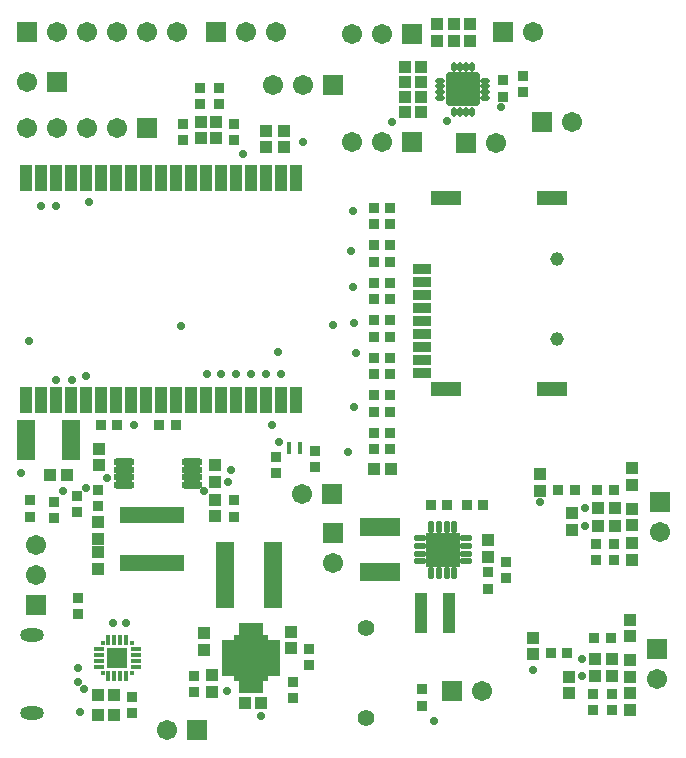
<source format=gts>
G04*
G04 #@! TF.GenerationSoftware,Altium Limited,Altium Designer,19.1.8 (144)*
G04*
G04 Layer_Color=8388736*
%FSLAX25Y25*%
%MOIN*%
G70*
G01*
G75*
%ADD33R,0.03543X0.01181*%
%ADD34R,0.01181X0.03543*%
%ADD35R,0.01181X0.01181*%
%ADD40R,0.03858X0.13386*%
%ADD41R,0.21654X0.05630*%
%ADD44R,0.04000X0.02000*%
%ADD45R,0.02000X0.04000*%
%ADD46R,0.11200X0.15200*%
%ADD47R,0.06312X0.13792*%
%ADD48R,0.03800X0.03800*%
%ADD49R,0.04343X0.03950*%
%ADD50R,0.03800X0.03800*%
%ADD51R,0.03950X0.04343*%
%ADD52R,0.06312X0.03241*%
%ADD53R,0.10249X0.05131*%
G04:AMPARAMS|DCode=54|XSize=17.84mil|YSize=31.62mil|CornerRadius=5.97mil|HoleSize=0mil|Usage=FLASHONLY|Rotation=90.000|XOffset=0mil|YOffset=0mil|HoleType=Round|Shape=RoundedRectangle|*
%AMROUNDEDRECTD54*
21,1,0.01784,0.01968,0,0,90.0*
21,1,0.00591,0.03162,0,0,90.0*
1,1,0.01194,0.00984,0.00295*
1,1,0.01194,0.00984,-0.00295*
1,1,0.01194,-0.00984,-0.00295*
1,1,0.01194,-0.00984,0.00295*
%
%ADD54ROUNDEDRECTD54*%
G04:AMPARAMS|DCode=55|XSize=17.84mil|YSize=31.62mil|CornerRadius=5.97mil|HoleSize=0mil|Usage=FLASHONLY|Rotation=0.000|XOffset=0mil|YOffset=0mil|HoleType=Round|Shape=RoundedRectangle|*
%AMROUNDEDRECTD55*
21,1,0.01784,0.01968,0,0,0.0*
21,1,0.00591,0.03162,0,0,0.0*
1,1,0.01194,0.00295,-0.00984*
1,1,0.01194,-0.00295,-0.00984*
1,1,0.01194,-0.00295,0.00984*
1,1,0.01194,0.00295,0.00984*
%
%ADD55ROUNDEDRECTD55*%
G04:AMPARAMS|DCode=56|XSize=110.36mil|YSize=110.36mil|CornerRadius=6.05mil|HoleSize=0mil|Usage=FLASHONLY|Rotation=0.000|XOffset=0mil|YOffset=0mil|HoleType=Round|Shape=RoundedRectangle|*
%AMROUNDEDRECTD56*
21,1,0.11036,0.09827,0,0,0.0*
21,1,0.09827,0.11036,0,0,0.0*
1,1,0.01209,0.04913,-0.04913*
1,1,0.01209,-0.04913,-0.04913*
1,1,0.01209,-0.04913,0.04913*
1,1,0.01209,0.04913,0.04913*
%
%ADD56ROUNDEDRECTD56*%
%ADD57R,0.01587X0.01587*%
%ADD58R,0.07087X0.07087*%
%ADD59R,0.06430X0.22453*%
%ADD60R,0.13792X0.06312*%
%ADD61R,0.11430X0.11430*%
G04:AMPARAMS|DCode=62|XSize=41.07mil|YSize=20.6mil|CornerRadius=5.58mil|HoleSize=0mil|Usage=FLASHONLY|Rotation=0.000|XOffset=0mil|YOffset=0mil|HoleType=Round|Shape=RoundedRectangle|*
%AMROUNDEDRECTD62*
21,1,0.04107,0.00945,0,0,0.0*
21,1,0.02992,0.02060,0,0,0.0*
1,1,0.01115,0.01496,-0.00472*
1,1,0.01115,-0.01496,-0.00472*
1,1,0.01115,-0.01496,0.00472*
1,1,0.01115,0.01496,0.00472*
%
%ADD62ROUNDEDRECTD62*%
G04:AMPARAMS|DCode=63|XSize=41.07mil|YSize=20.6mil|CornerRadius=5.58mil|HoleSize=0mil|Usage=FLASHONLY|Rotation=90.000|XOffset=0mil|YOffset=0mil|HoleType=Round|Shape=RoundedRectangle|*
%AMROUNDEDRECTD63*
21,1,0.04107,0.00945,0,0,90.0*
21,1,0.02992,0.02060,0,0,90.0*
1,1,0.01115,0.00472,0.01496*
1,1,0.01115,0.00472,-0.01496*
1,1,0.01115,-0.00472,-0.01496*
1,1,0.01115,-0.00472,0.01496*
%
%ADD63ROUNDEDRECTD63*%
G04:AMPARAMS|DCode=64|XSize=69.42mil|YSize=24.14mil|CornerRadius=8.04mil|HoleSize=0mil|Usage=FLASHONLY|Rotation=180.000|XOffset=0mil|YOffset=0mil|HoleType=Round|Shape=RoundedRectangle|*
%AMROUNDEDRECTD64*
21,1,0.06942,0.00807,0,0,180.0*
21,1,0.05335,0.02414,0,0,180.0*
1,1,0.01607,-0.02667,0.00404*
1,1,0.01607,0.02667,0.00404*
1,1,0.01607,0.02667,-0.00404*
1,1,0.01607,-0.02667,-0.00404*
%
%ADD64ROUNDEDRECTD64*%
%ADD65R,0.04343X0.08674*%
%ADD66R,0.06706X0.06706*%
%ADD67C,0.06706*%
%ADD68C,0.04540*%
%ADD69R,0.06706X0.06706*%
%ADD70C,0.02769*%
%ADD71O,0.07887X0.04343*%
%ADD72C,0.05524*%
D33*
X130398Y136453D02*
D03*
Y134484D02*
D03*
Y132516D02*
D03*
Y130547D02*
D03*
X142602D02*
D03*
Y132516D02*
D03*
Y134484D02*
D03*
Y136453D02*
D03*
D34*
X133547Y127398D02*
D03*
X135516D02*
D03*
X137484D02*
D03*
X139453D02*
D03*
Y139602D02*
D03*
X137484D02*
D03*
X135516D02*
D03*
X133547D02*
D03*
D35*
X131579Y138421D02*
D03*
X141421D02*
D03*
X131579Y128579D02*
D03*
X141421D02*
D03*
D40*
X247000Y148500D02*
D03*
X237669D02*
D03*
D41*
X148000Y165094D02*
D03*
Y181000D02*
D03*
D44*
X173300Y138400D02*
D03*
Y136500D02*
D03*
Y134500D02*
D03*
Y132500D02*
D03*
Y130500D02*
D03*
Y128600D02*
D03*
X188700D02*
D03*
Y130500D02*
D03*
Y132500D02*
D03*
Y134500D02*
D03*
Y136500D02*
D03*
Y138400D02*
D03*
D45*
X178000Y123800D02*
D03*
X180000D02*
D03*
X182000D02*
D03*
X184000D02*
D03*
Y143200D02*
D03*
X182000D02*
D03*
X180000D02*
D03*
X178000D02*
D03*
D46*
X181000Y133500D02*
D03*
D47*
X106020Y206000D02*
D03*
X120980D02*
D03*
D48*
X260000Y162000D02*
D03*
Y156500D02*
D03*
X170500Y318000D02*
D03*
Y323500D02*
D03*
X301500Y121500D02*
D03*
Y116000D02*
D03*
X295000Y121500D02*
D03*
Y116000D02*
D03*
X302000Y171500D02*
D03*
Y166000D02*
D03*
X296000Y171500D02*
D03*
Y166000D02*
D03*
X175500Y311500D02*
D03*
Y306000D02*
D03*
X158500Y311500D02*
D03*
Y306000D02*
D03*
X164000Y323500D02*
D03*
Y318000D02*
D03*
X189500Y200500D02*
D03*
Y195000D02*
D03*
X202500Y202500D02*
D03*
Y197000D02*
D03*
X141500Y120500D02*
D03*
Y115000D02*
D03*
X123500Y153500D02*
D03*
Y148000D02*
D03*
X123000Y182000D02*
D03*
Y187500D02*
D03*
X107500Y180500D02*
D03*
Y186000D02*
D03*
X115500Y180000D02*
D03*
Y185500D02*
D03*
X175500Y180500D02*
D03*
Y186000D02*
D03*
X130000Y189500D02*
D03*
Y184000D02*
D03*
X162000Y122000D02*
D03*
Y127500D02*
D03*
X200500Y131000D02*
D03*
Y136500D02*
D03*
X195000Y125500D02*
D03*
Y120000D02*
D03*
X238000Y117500D02*
D03*
Y123000D02*
D03*
X265134Y320500D02*
D03*
Y326000D02*
D03*
X271634Y322000D02*
D03*
Y327500D02*
D03*
X266000Y160000D02*
D03*
Y165500D02*
D03*
D49*
X288000Y181756D02*
D03*
Y176244D02*
D03*
X308000Y171756D02*
D03*
Y166244D02*
D03*
Y183256D02*
D03*
Y177744D02*
D03*
Y196756D02*
D03*
Y191244D02*
D03*
X277500Y194756D02*
D03*
Y189244D02*
D03*
X287000Y127256D02*
D03*
Y121744D02*
D03*
X307500Y146256D02*
D03*
Y140744D02*
D03*
X275000Y140256D02*
D03*
Y134744D02*
D03*
X307500Y132756D02*
D03*
Y127244D02*
D03*
Y121756D02*
D03*
Y116244D02*
D03*
X169500Y312256D02*
D03*
Y306744D02*
D03*
X164500Y312256D02*
D03*
Y306744D02*
D03*
X192000Y309256D02*
D03*
Y303744D02*
D03*
X186000Y309256D02*
D03*
Y303744D02*
D03*
X243134Y344756D02*
D03*
Y339244D02*
D03*
X254134Y344756D02*
D03*
Y339244D02*
D03*
X248634Y344756D02*
D03*
Y339244D02*
D03*
X130000Y163244D02*
D03*
Y168756D02*
D03*
Y173244D02*
D03*
Y178756D02*
D03*
X169000Y192244D02*
D03*
Y197756D02*
D03*
Y180744D02*
D03*
Y186256D02*
D03*
X130500Y197744D02*
D03*
Y203256D02*
D03*
X194500Y142256D02*
D03*
Y136744D02*
D03*
X168000Y122244D02*
D03*
Y127756D02*
D03*
X165500Y141756D02*
D03*
Y136244D02*
D03*
X260000Y172756D02*
D03*
Y167244D02*
D03*
D50*
X222000Y283500D02*
D03*
X227500D02*
D03*
X222000Y278000D02*
D03*
X227500D02*
D03*
X222000Y271000D02*
D03*
X227500D02*
D03*
X222000Y265500D02*
D03*
X227500D02*
D03*
X222000Y258500D02*
D03*
X227500D02*
D03*
X222000Y253000D02*
D03*
X227500D02*
D03*
X222000Y246000D02*
D03*
X227500D02*
D03*
X222000Y240500D02*
D03*
X227500D02*
D03*
X222000Y233500D02*
D03*
X227500D02*
D03*
X222000Y228000D02*
D03*
X227500D02*
D03*
X222000Y221000D02*
D03*
X227500D02*
D03*
X222000Y203000D02*
D03*
X227500D02*
D03*
Y208500D02*
D03*
X222000D02*
D03*
Y215500D02*
D03*
X227500D02*
D03*
X136500Y211000D02*
D03*
X131000D02*
D03*
X156000D02*
D03*
X150500D02*
D03*
X283500Y189500D02*
D03*
X289000D02*
D03*
X296500D02*
D03*
X302000D02*
D03*
X295500Y140000D02*
D03*
X301000D02*
D03*
X281000Y135000D02*
D03*
X286500D02*
D03*
X258500Y184500D02*
D03*
X253000D02*
D03*
X246500D02*
D03*
X241000D02*
D03*
D51*
X222244Y196500D02*
D03*
X227756D02*
D03*
X296744Y177500D02*
D03*
X302256D02*
D03*
X296744Y183500D02*
D03*
X302256D02*
D03*
X295744Y127500D02*
D03*
X301256D02*
D03*
X295744Y133000D02*
D03*
X301256D02*
D03*
X119756Y194500D02*
D03*
X114244D02*
D03*
X237890Y325500D02*
D03*
X232378D02*
D03*
X237890Y330500D02*
D03*
X232378D02*
D03*
X237890Y320500D02*
D03*
X232378D02*
D03*
X237890Y315500D02*
D03*
X232378D02*
D03*
X130000Y121000D02*
D03*
X135512D02*
D03*
X130000Y114500D02*
D03*
X135512D02*
D03*
X184437Y118500D02*
D03*
X178925D02*
D03*
D52*
X238039Y263272D02*
D03*
Y258941D02*
D03*
Y254610D02*
D03*
Y250279D02*
D03*
Y245949D02*
D03*
Y241618D02*
D03*
Y237287D02*
D03*
Y232957D02*
D03*
Y228626D02*
D03*
D53*
X281347Y223193D02*
D03*
X245913D02*
D03*
Y286776D02*
D03*
X281347D02*
D03*
D54*
X244153Y325953D02*
D03*
Y323984D02*
D03*
Y322016D02*
D03*
Y320047D02*
D03*
X259114D02*
D03*
Y322016D02*
D03*
Y323984D02*
D03*
Y325953D02*
D03*
D55*
X248681Y315520D02*
D03*
X250650D02*
D03*
X252618D02*
D03*
X254587D02*
D03*
Y330480D02*
D03*
X252618D02*
D03*
X250650D02*
D03*
X248681D02*
D03*
D56*
X251634Y323000D02*
D03*
D57*
X197272Y202122D02*
D03*
Y203500D02*
D03*
Y204878D02*
D03*
X193728D02*
D03*
Y203500D02*
D03*
Y202122D02*
D03*
D58*
X136500Y133500D02*
D03*
D59*
X188453Y161000D02*
D03*
X172547D02*
D03*
D60*
X224000Y176980D02*
D03*
Y162020D02*
D03*
D61*
X245000Y169500D02*
D03*
D62*
X252618Y173339D02*
D03*
Y170780D02*
D03*
Y168220D02*
D03*
Y165661D02*
D03*
X237382D02*
D03*
Y168220D02*
D03*
Y170780D02*
D03*
Y173339D02*
D03*
D63*
X241161Y177118D02*
D03*
X243721D02*
D03*
X246280D02*
D03*
X248839D02*
D03*
Y161882D02*
D03*
X246280D02*
D03*
X243721D02*
D03*
X241161D02*
D03*
D64*
X161339Y198839D02*
D03*
Y196280D02*
D03*
Y193720D02*
D03*
Y191161D02*
D03*
X138661D02*
D03*
Y193720D02*
D03*
Y196280D02*
D03*
Y198839D02*
D03*
D65*
X106000Y293500D02*
D03*
X111000D02*
D03*
X116000D02*
D03*
X121000D02*
D03*
X126000D02*
D03*
X131000D02*
D03*
X136000D02*
D03*
X141000D02*
D03*
X146000D02*
D03*
X151000D02*
D03*
X156000D02*
D03*
X161000D02*
D03*
X166000D02*
D03*
X171000D02*
D03*
X176000D02*
D03*
X181000D02*
D03*
X186000D02*
D03*
X191000D02*
D03*
X196000D02*
D03*
X106000Y219500D02*
D03*
X111000D02*
D03*
X116000D02*
D03*
X121000D02*
D03*
X126000D02*
D03*
X131000D02*
D03*
X136000D02*
D03*
X141000D02*
D03*
X146000D02*
D03*
X151000D02*
D03*
X156000D02*
D03*
X161000D02*
D03*
X166000D02*
D03*
X171000D02*
D03*
X176000D02*
D03*
X181000D02*
D03*
X186000D02*
D03*
X191000D02*
D03*
X196000D02*
D03*
D66*
X163000Y109500D02*
D03*
X106500Y342000D02*
D03*
X278134Y312000D02*
D03*
X248000Y122500D02*
D03*
X252634Y305000D02*
D03*
X234634Y341500D02*
D03*
X265134Y342000D02*
D03*
X169500Y342000D02*
D03*
X234634Y305500D02*
D03*
X208500Y324500D02*
D03*
X208000Y188000D02*
D03*
X146500Y310000D02*
D03*
X116500Y325500D02*
D03*
D67*
X153000Y109500D02*
D03*
X116500Y342000D02*
D03*
X126500D02*
D03*
X136500D02*
D03*
X146500D02*
D03*
X156500D02*
D03*
X288134Y312000D02*
D03*
X208500Y165000D02*
D03*
X258000Y122500D02*
D03*
X262634Y305000D02*
D03*
X109500Y171000D02*
D03*
Y161000D02*
D03*
X224634Y341500D02*
D03*
X214634D02*
D03*
X275134Y342000D02*
D03*
X179500Y342000D02*
D03*
X189500D02*
D03*
X224634Y305500D02*
D03*
X214634D02*
D03*
X316500Y126500D02*
D03*
X198500Y324500D02*
D03*
X188500D02*
D03*
X198000Y188000D02*
D03*
X317500Y175500D02*
D03*
X106500Y310000D02*
D03*
X116500D02*
D03*
X126500D02*
D03*
X136500D02*
D03*
X106500Y325500D02*
D03*
D68*
X283000Y239728D02*
D03*
Y266500D02*
D03*
D69*
X208500Y175000D02*
D03*
X109500Y151000D02*
D03*
X316500Y136500D02*
D03*
X317500Y185500D02*
D03*
D70*
X107968Y115126D02*
D03*
Y141110D02*
D03*
X140000Y165000D02*
D03*
X139500Y145000D02*
D03*
X135000D02*
D03*
X198500Y305500D02*
D03*
X123980Y115520D02*
D03*
X190500Y205500D02*
D03*
X188000Y211000D02*
D03*
X246500Y312500D02*
D03*
X142000Y211000D02*
D03*
X184500Y114000D02*
D03*
X173000Y122500D02*
D03*
X127000Y285500D02*
D03*
X264500Y317000D02*
D03*
X228000Y312000D02*
D03*
X178500Y301500D02*
D03*
X213500Y202000D02*
D03*
X215500Y217000D02*
D03*
X216000Y235000D02*
D03*
X215500Y245000D02*
D03*
X215000Y257000D02*
D03*
X214500Y269000D02*
D03*
X215000Y282500D02*
D03*
X208500Y244500D02*
D03*
X157750Y244250D02*
D03*
X190000Y235500D02*
D03*
X126000Y227500D02*
D03*
X107000Y239000D02*
D03*
X242000Y112500D02*
D03*
X104500Y195000D02*
D03*
X186000Y228000D02*
D03*
X181000D02*
D03*
X191000D02*
D03*
X176000D02*
D03*
X166500D02*
D03*
X171000D02*
D03*
X173500Y192000D02*
D03*
X133000Y193500D02*
D03*
X174500Y196000D02*
D03*
X165500Y189000D02*
D03*
X126000Y190000D02*
D03*
X118500Y189000D02*
D03*
X111000Y284000D02*
D03*
X116000D02*
D03*
X121500Y226000D02*
D03*
X116000D02*
D03*
X292500Y177500D02*
D03*
Y183500D02*
D03*
X277500Y185500D02*
D03*
X291250Y133000D02*
D03*
X291500Y127500D02*
D03*
X275000Y129500D02*
D03*
X125500Y123000D02*
D03*
X123500Y130000D02*
D03*
Y125500D02*
D03*
X251634Y318866D02*
D03*
Y327134D02*
D03*
X247500Y323000D02*
D03*
X255768D02*
D03*
X251634D02*
D03*
D71*
X107968Y115126D02*
D03*
Y141110D02*
D03*
D72*
X219500Y143500D02*
D03*
Y113500D02*
D03*
M02*

</source>
